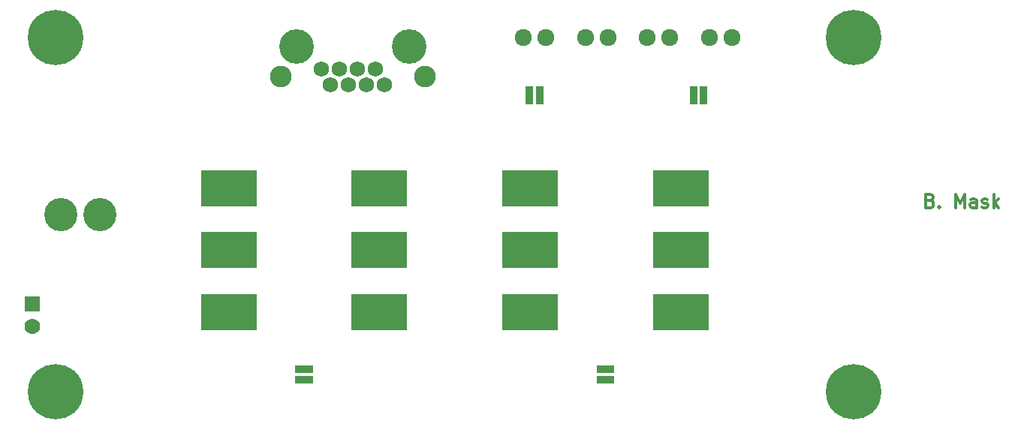
<source format=gbs>
G04 (created by PCBNEW (2013-mar-13)-testing) date Thu 26 Sep 2013 17:04:14 BST*
%MOIN*%
G04 Gerber Fmt 3.4, Leading zero omitted, Abs format*
%FSLAX34Y34*%
G01*
G70*
G90*
G04 APERTURE LIST*
%ADD10C,0.005906*%
%ADD11C,0.011811*%
%ADD12C,0.075843*%
%ADD13R,0.246063X0.159449*%
%ADD14R,0.021643X0.035443*%
%ADD15R,0.035443X0.021643*%
%ADD16C,0.246063*%
%ADD17C,0.153543*%
%ADD18C,0.068943*%
%ADD19C,0.096457*%
%ADD20C,0.147638*%
%ADD21R,0.069843X0.069843*%
%ADD22C,0.069843*%
G04 APERTURE END LIST*
G54D10*
G54D11*
X45523Y-13934D02*
X45607Y-13962D01*
X45635Y-13990D01*
X45663Y-14046D01*
X45663Y-14131D01*
X45635Y-14187D01*
X45607Y-14215D01*
X45551Y-14243D01*
X45326Y-14243D01*
X45326Y-13652D01*
X45523Y-13652D01*
X45579Y-13681D01*
X45607Y-13709D01*
X45635Y-13765D01*
X45635Y-13821D01*
X45607Y-13877D01*
X45579Y-13906D01*
X45523Y-13934D01*
X45326Y-13934D01*
X45916Y-14187D02*
X45944Y-14215D01*
X45916Y-14243D01*
X45888Y-14215D01*
X45916Y-14187D01*
X45916Y-14243D01*
X46647Y-14243D02*
X46647Y-13652D01*
X46844Y-14074D01*
X47041Y-13652D01*
X47041Y-14243D01*
X47575Y-14243D02*
X47575Y-13934D01*
X47547Y-13877D01*
X47491Y-13849D01*
X47379Y-13849D01*
X47322Y-13877D01*
X47575Y-14215D02*
X47519Y-14243D01*
X47379Y-14243D01*
X47322Y-14215D01*
X47294Y-14159D01*
X47294Y-14102D01*
X47322Y-14046D01*
X47379Y-14018D01*
X47519Y-14018D01*
X47575Y-13990D01*
X47829Y-14215D02*
X47885Y-14243D01*
X47997Y-14243D01*
X48053Y-14215D01*
X48082Y-14159D01*
X48082Y-14131D01*
X48053Y-14074D01*
X47997Y-14046D01*
X47913Y-14046D01*
X47857Y-14018D01*
X47829Y-13962D01*
X47829Y-13934D01*
X47857Y-13877D01*
X47913Y-13849D01*
X47997Y-13849D01*
X48053Y-13877D01*
X48335Y-14243D02*
X48335Y-13652D01*
X48391Y-14018D02*
X48560Y-14243D01*
X48560Y-13849D02*
X48335Y-14074D01*
G54D12*
X35720Y-6692D03*
X36720Y-6692D03*
X32964Y-6692D03*
X33964Y-6692D03*
X30208Y-6692D03*
X31208Y-6692D03*
X27452Y-6692D03*
X28452Y-6692D03*
G54D13*
X34448Y-13385D03*
X34448Y-16141D03*
X34448Y-18897D03*
X27755Y-13385D03*
X27755Y-16141D03*
X27755Y-18897D03*
X21062Y-13385D03*
X21062Y-16141D03*
X21062Y-18897D03*
X14370Y-13385D03*
X14370Y-16141D03*
X14370Y-18897D03*
G54D14*
X18011Y-21881D03*
X17814Y-21881D03*
X17617Y-21881D03*
X17420Y-21881D03*
X17420Y-21428D03*
X17617Y-21428D03*
X17814Y-21428D03*
X18011Y-21428D03*
X31397Y-21881D03*
X31200Y-21881D03*
X31003Y-21881D03*
X30806Y-21881D03*
X30806Y-21428D03*
X31003Y-21428D03*
X31200Y-21428D03*
X31397Y-21428D03*
G54D15*
X35008Y-9546D03*
X35008Y-9349D03*
X35008Y-9152D03*
X35008Y-8955D03*
X35461Y-8955D03*
X35461Y-9152D03*
X35461Y-9349D03*
X35461Y-9546D03*
X28180Y-8956D03*
X28180Y-9153D03*
X28180Y-9350D03*
X28180Y-9547D03*
X27727Y-9547D03*
X27727Y-9350D03*
X27727Y-9153D03*
X27727Y-8956D03*
G54D16*
X42125Y-22440D03*
X42125Y-6692D03*
X6692Y-6692D03*
X6692Y-22440D03*
G54D17*
X17381Y-7086D03*
X22381Y-7086D03*
G54D18*
X18476Y-8086D03*
X18877Y-8787D03*
X19279Y-8086D03*
X19681Y-8787D03*
X20082Y-8086D03*
X20484Y-8787D03*
X20885Y-8086D03*
X21287Y-8787D03*
G54D19*
X16681Y-8437D03*
X23082Y-8437D03*
G54D20*
X6929Y-14566D03*
X8661Y-14566D03*
G54D21*
X5649Y-18511D03*
G54D22*
X5649Y-19511D03*
M02*

</source>
